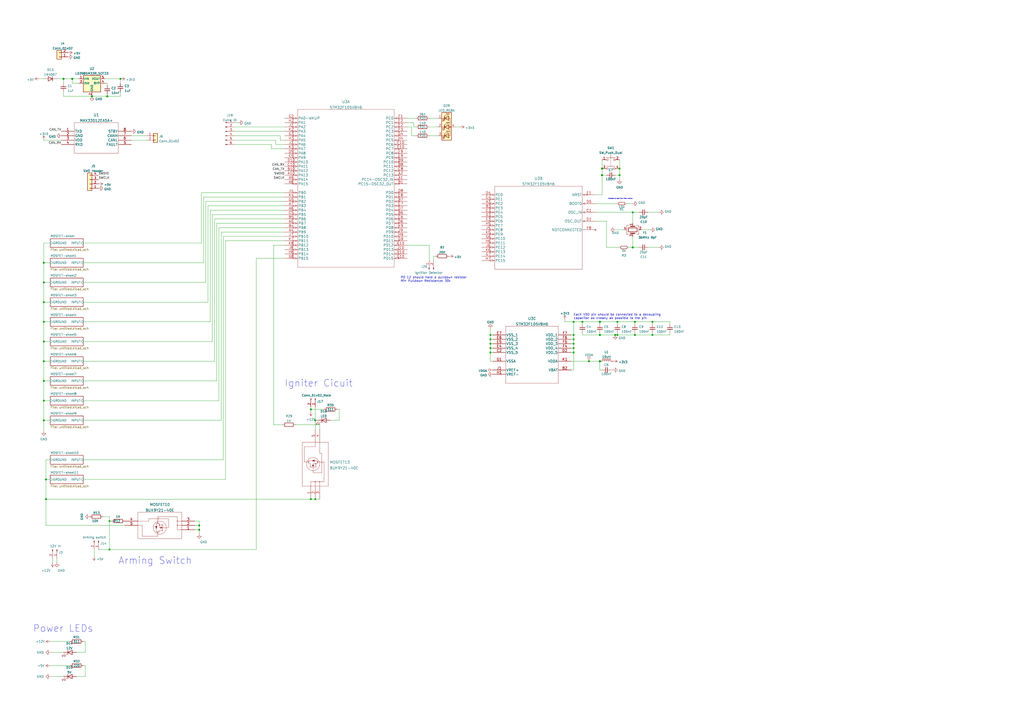
<source format=kicad_sch>
(kicad_sch (version 20211123) (generator eeschema)
  (paper "A2")
  (junction (at 63.5 318.77))
  (junction (at 25.4 220.98))
  (junction (at 378.46 186.69))
  (junction (at 25.4 209.55))
  (junction (at 182.88 289.56))
  (junction (at 25.4 175.26))
  (junction (at 337.82 186.69))
  (junction (at 358.14 194.31))
  (junction (at 347.98 194.31) (diameter 1.016))
  (junction (at 62.23 55.88) (diameter 1.016))
  (junction (at 284.48 204.47))
  (junction (at 368.3 186.69))
  (junction (at 358.14 186.69))
  (junction (at 182.88 243.84))
  (junction (at 25.4 163.83))
  (junction (at 347.98 209.55) (diameter 1.016))
  (junction (at 332.74 201.93))
  (junction (at 332.74 204.47))
  (junction (at 332.74 194.31))
  (junction (at 349.25 97.79) (diameter 1.016))
  (junction (at 115.57 307.34))
  (junction (at 368.3 194.31))
  (junction (at 356.87 194.31))
  (junction (at 41.91 45.72) (diameter 1.016))
  (junction (at 115.57 304.8))
  (junction (at 341.63 209.55))
  (junction (at 25.4 243.84))
  (junction (at 332.74 196.85))
  (junction (at 284.48 201.93))
  (junction (at 180.34 289.56))
  (junction (at 25.4 152.4))
  (junction (at 367.03 143.51) (diameter 1.016))
  (junction (at 26.67 289.56))
  (junction (at 284.48 196.85))
  (junction (at 25.4 232.41))
  (junction (at 25.4 186.69))
  (junction (at 53.34 55.88) (diameter 1.016))
  (junction (at 69.85 45.72))
  (junction (at 349.25 101.6) (diameter 1.016))
  (junction (at 347.98 186.69) (diameter 1.016))
  (junction (at 36.83 45.72) (diameter 1.016))
  (junction (at 367.03 123.19))
  (junction (at 332.74 186.69))
  (junction (at 25.4 198.12))
  (junction (at 284.48 199.39))
  (junction (at 359.41 97.79))
  (junction (at 378.46 194.31))
  (junction (at 332.74 199.39))
  (junction (at 180.34 237.49))
  (junction (at 26.67 278.13))
  (junction (at 284.48 194.31))
  (junction (at 63.5 302.26))
  (junction (at 359.41 101.6))
  (wire (pts (xy 284.48 201.93) (xy 285.75 201.93)))
  (wire (pts (xy 165.1 142.24) (xy 158.75 142.24)))
  (wire (pts (xy 345.44 123.19) (xy 367.03 123.19)))
  (wire (pts (xy 33.02 323.85) (xy 33.02 326.39)))
  (wire (pts (xy 180.34 237.49) (xy 187.96 237.49)))
  (wire (pts (xy 135.89 76.2) (xy 165.1 76.2)))
  (wire (pts (xy 36.83 55.88) (xy 53.34 55.88)))
  (wire (pts (xy 378.46 186.69) (xy 378.46 187.96)))
  (wire (pts (xy 337.82 186.69) (xy 347.98 186.69)))
  (wire (pts (xy 180.34 237.49) (xy 180.34 236.22)))
  (wire (pts (xy 180.34 238.76) (xy 180.34 237.49)))
  (wire (pts (xy 337.82 186.69) (xy 337.82 187.96)))
  (wire (pts (xy 368.3 186.69) (xy 368.3 187.96)))
  (wire (pts (xy 48.26 186.69) (xy 121.92 186.69)))
  (wire (pts (xy 121.92 121.92) (xy 165.1 121.92)))
  (wire (pts (xy 121.92 186.69) (xy 121.92 121.92)))
  (wire (pts (xy 345.44 113.03) (xy 349.25 113.03)))
  (wire (pts (xy 284.48 194.31) (xy 284.48 196.85)))
  (wire (pts (xy 63.5 302.26) (xy 64.77 302.26)))
  (wire (pts (xy 162.56 78.74) (xy 135.89 78.74)))
  (wire (pts (xy 162.56 81.28) (xy 162.56 78.74)))
  (wire (pts (xy 165.1 81.28) (xy 162.56 81.28)))
  (wire (pts (xy 62.23 48.26) (xy 62.23 49.53)))
  (wire (pts (xy 349.25 92.71) (xy 349.25 97.79)))
  (wire (pts (xy 332.74 214.63) (xy 332.74 204.47)))
  (wire (pts (xy 284.48 204.47) (xy 284.48 209.55)))
  (wire (pts (xy 160.02 81.28) (xy 135.89 81.28)))
  (wire (pts (xy 160.02 83.82) (xy 160.02 81.28)))
  (wire (pts (xy 165.1 83.82) (xy 160.02 83.82)))
  (wire (pts (xy 367.03 137.16) (xy 367.03 143.51)))
  (wire (pts (xy 33.02 45.72) (xy 36.83 45.72)))
  (wire (pts (xy 195.58 237.49) (xy 196.85 237.49)))
  (wire (pts (xy 115.57 302.26) (xy 113.03 302.26)))
  (wire (pts (xy 115.57 304.8) (xy 115.57 302.26)))
  (wire (pts (xy 115.57 307.34) (xy 115.57 304.8)))
  (wire (pts (xy 115.57 309.88) (xy 115.57 307.34)))
  (wire (pts (xy 345.44 128.27) (xy 351.79 128.27)))
  (wire (pts (xy 191.77 243.84) (xy 196.85 243.84)))
  (wire (pts (xy 367.03 123.19) (xy 367.03 129.54)))
  (wire (pts (xy 284.48 199.39) (xy 284.48 201.93)))
  (wire (pts (xy 347.98 193.04) (xy 347.98 194.31)))
  (wire (pts (xy 251.46 148.59) (xy 252.73 148.59)))
  (wire (pts (xy 238.76 78.74) (xy 238.76 73.66)))
  (wire (pts (xy 76.2 81.28) (xy 85.09 81.28)))
  (wire (pts (xy 30.48 323.85) (xy 30.48 326.39)))
  (wire (pts (xy 25.4 140.97) (xy 25.4 152.4)))
  (wire (pts (xy 25.4 152.4) (xy 25.4 163.83)))
  (wire (pts (xy 25.4 163.83) (xy 29.21 163.83)))
  (wire (pts (xy 22.86 45.72) (xy 25.4 45.72)))
  (wire (pts (xy 332.74 204.47) (xy 332.74 201.93)))
  (wire (pts (xy 284.48 190.5) (xy 284.48 194.31)))
  (wire (pts (xy 29.21 378.46) (xy 36.83 378.46)))
  (wire (pts (xy 48.26 232.41) (xy 127 232.41)))
  (wire (pts (xy 127 132.08) (xy 165.1 132.08)))
  (wire (pts (xy 127 232.41) (xy 127 132.08)))
  (wire (pts (xy 358.14 194.31) (xy 368.3 194.31)))
  (wire (pts (xy 368.3 194.31) (xy 378.46 194.31)))
  (wire (pts (xy 378.46 194.31) (xy 388.62 194.31)))
  (wire (pts (xy 388.62 193.04) (xy 388.62 194.31)))
  (wire (pts (xy 285.75 209.55) (xy 284.48 209.55)))
  (wire (pts (xy 248.92 68.58) (xy 254 68.58)))
  (wire (pts (xy 331.47 209.55) (xy 341.63 209.55)))
  (wire (pts (xy 331.47 201.93) (xy 332.74 201.93)))
  (wire (pts (xy 29.21 392.43) (xy 36.83 392.43)))
  (wire (pts (xy 26.67 266.7) (xy 29.21 266.7)))
  (wire (pts (xy 26.67 278.13) (xy 26.67 266.7)))
  (wire (pts (xy 26.67 289.56) (xy 26.67 278.13)))
  (wire (pts (xy 26.67 304.8) (xy 26.67 289.56)))
  (wire (pts (xy 26.67 304.8) (xy 72.39 304.8)))
  (wire (pts (xy 236.22 71.12) (xy 240.03 71.12)))
  (wire (pts (xy 284.48 204.47) (xy 285.75 204.47)))
  (wire (pts (xy 25.4 232.41) (xy 29.21 232.41)))
  (wire (pts (xy 236.22 142.24) (xy 248.92 142.24)))
  (wire (pts (xy 332.74 194.31) (xy 332.74 186.69)))
  (wire (pts (xy 251.46 151.13) (xy 251.46 148.59)))
  (wire (pts (xy 185.42 246.38) (xy 171.45 246.38)))
  (wire (pts (xy 349.25 101.6) (xy 349.25 113.03)))
  (wire (pts (xy 368.3 193.04) (xy 368.3 194.31)))
  (wire (pts (xy 48.26 140.97) (xy 116.84 140.97)))
  (wire (pts (xy 116.84 111.76) (xy 165.1 111.76)))
  (wire (pts (xy 116.84 140.97) (xy 116.84 111.76)))
  (wire (pts (xy 44.45 392.43) (xy 49.53 392.43)))
  (wire (pts (xy 69.85 45.72) (xy 69.85 48.26)))
  (wire (pts (xy 351.79 128.27) (xy 351.79 143.51)))
  (wire (pts (xy 347.98 209.55) (xy 347.98 214.63)))
  (wire (pts (xy 26.67 289.56) (xy 180.34 289.56)))
  (wire (pts (xy 53.34 55.88) (xy 62.23 55.88)))
  (wire (pts (xy 48.26 386.08) (xy 49.53 386.08)))
  (wire (pts (xy 182.88 243.84) (xy 184.15 243.84)))
  (wire (pts (xy 45.72 48.26) (xy 41.91 48.26)))
  (wire (pts (xy 25.4 175.26) (xy 29.21 175.26)))
  (wire (pts (xy 354.33 214.63) (xy 355.6 214.63)))
  (wire (pts (xy 25.4 243.84) (xy 25.4 250.19)))
  (wire (pts (xy 284.48 201.93) (xy 284.48 204.47)))
  (wire (pts (xy 129.54 137.16) (xy 129.54 266.7)))
  (wire (pts (xy 129.54 266.7) (xy 48.26 266.7)))
  (wire (pts (xy 165.1 137.16) (xy 129.54 137.16)))
  (wire (pts (xy 337.82 194.31) (xy 347.98 194.31)))
  (wire (pts (xy 240.03 73.66) (xy 240.03 71.12)))
  (wire (pts (xy 248.92 151.13) (xy 248.92 142.24)))
  (wire (pts (xy 36.83 45.72) (xy 41.91 45.72)))
  (wire (pts (xy 157.48 83.82) (xy 135.89 83.82)))
  (wire (pts (xy 157.48 86.36) (xy 157.48 83.82)))
  (wire (pts (xy 165.1 86.36) (xy 157.48 86.36)))
  (wire (pts (xy 113.03 304.8) (xy 115.57 304.8)))
  (wire (pts (xy 113.03 307.34) (xy 115.57 307.34)))
  (wire (pts (xy 356.87 101.6) (xy 359.41 101.6)))
  (wire (pts (xy 332.74 199.39) (xy 332.74 196.85)))
  (wire (pts (xy 341.63 209.55) (xy 347.98 209.55)))
  (wire (pts (xy 25.4 175.26) (xy 25.4 163.83)))
  (wire (pts (xy 25.4 186.69) (xy 25.4 175.26)))
  (wire (pts (xy 25.4 198.12) (xy 25.4 186.69)))
  (wire (pts (xy 25.4 209.55) (xy 25.4 198.12)))
  (wire (pts (xy 25.4 220.98) (xy 25.4 209.55)))
  (wire (pts (xy 25.4 232.41) (xy 25.4 220.98)))
  (wire (pts (xy 25.4 243.84) (xy 25.4 232.41)))
  (wire (pts (xy 29.21 243.84) (xy 25.4 243.84)))
  (wire (pts (xy 349.25 101.6) (xy 351.79 101.6)))
  (wire (pts (xy 48.26 372.11) (xy 49.53 372.11)))
  (wire (pts (xy 41.91 45.72) (xy 45.72 45.72)))
  (wire (pts (xy 48.26 278.13) (xy 130.81 278.13)))
  (wire (pts (xy 130.81 139.7) (xy 165.1 139.7)))
  (wire (pts (xy 130.81 278.13) (xy 130.81 139.7)))
  (wire (pts (xy 60.96 48.26) (xy 62.23 48.26)))
  (wire (pts (xy 331.47 204.47) (xy 332.74 204.47)))
  (wire (pts (xy 59.69 299.72) (xy 63.5 299.72)))
  (wire (pts (xy 63.5 299.72) (xy 63.5 302.26)))
  (wire (pts (xy 185.42 248.92) (xy 185.42 246.38)))
  (wire (pts (xy 356.87 194.31) (xy 358.14 194.31)))
  (wire (pts (xy 347.98 194.31) (xy 356.87 194.31)))
  (wire (pts (xy 25.4 81.28) (xy 35.56 81.28)))
  (wire (pts (xy 182.88 289.56) (xy 185.42 289.56)))
  (wire (pts (xy 62.23 54.61) (xy 62.23 55.88)))
  (wire (pts (xy 359.41 101.6) (xy 359.41 104.14)))
  (wire (pts (xy 123.19 124.46) (xy 123.19 198.12)))
  (wire (pts (xy 123.19 198.12) (xy 48.26 198.12)))
  (wire (pts (xy 165.1 124.46) (xy 123.19 124.46)))
  (wire (pts (xy 135.89 73.66) (xy 165.1 73.66)))
  (wire (pts (xy 248.92 78.74) (xy 254 78.74)))
  (wire (pts (xy 367.03 118.11) (xy 363.22 118.11)))
  (wire (pts (xy 135.89 71.12) (xy 138.43 71.12)))
  (wire (pts (xy 62.23 55.88) (xy 69.85 55.88)))
  (wire (pts (xy 54.61 318.77) (xy 54.61 322.58)))
  (wire (pts (xy 44.45 378.46) (xy 49.53 378.46)))
  (wire (pts (xy 241.3 78.74) (xy 238.76 78.74)))
  (wire (pts (xy 63.5 302.26) (xy 63.5 318.77)))
  (wire (pts (xy 125.73 129.54) (xy 125.73 220.98)))
  (wire (pts (xy 125.73 220.98) (xy 48.26 220.98)))
  (wire (pts (xy 165.1 129.54) (xy 125.73 129.54)))
  (wire (pts (xy 331.47 199.39) (xy 332.74 199.39)))
  (wire (pts (xy 264.16 73.66) (xy 266.7 73.66)))
  (wire (pts (xy 36.83 53.34) (xy 36.83 55.88)))
  (wire (pts (xy 49.53 372.11) (xy 49.53 378.46)))
  (wire (pts (xy 378.46 193.04) (xy 378.46 194.31)))
  (wire (pts (xy 372.11 133.35) (xy 377.19 133.35)))
  (wire (pts (xy 182.88 243.84) (xy 182.88 248.92)))
  (wire (pts (xy 25.4 140.97) (xy 29.21 140.97)))
  (wire (pts (xy 337.82 193.04) (xy 337.82 194.31)))
  (wire (pts (xy 49.53 386.08) (xy 49.53 392.43)))
  (wire (pts (xy 69.85 55.88) (xy 69.85 53.34)))
  (wire (pts (xy 347.98 186.69) (xy 358.14 186.69)))
  (wire (pts (xy 158.75 246.38) (xy 163.83 246.38)))
  (wire (pts (xy 327.66 185.42) (xy 327.66 186.69)))
  (wire (pts (xy 76.2 78.74) (xy 85.09 78.74)))
  (wire (pts (xy 158.75 142.24) (xy 158.75 246.38)))
  (wire (pts (xy 25.4 198.12) (xy 29.21 198.12)))
  (wire (pts (xy 57.15 318.77) (xy 63.5 318.77)))
  (wire (pts (xy 63.5 318.77) (xy 148.59 318.77)))
  (wire (pts (xy 148.59 149.86) (xy 148.59 318.77)))
  (wire (pts (xy 165.1 149.86) (xy 148.59 149.86)))
  (wire (pts (xy 332.74 201.93) (xy 332.74 199.39)))
  (wire (pts (xy 382.27 143.51) (xy 375.92 143.51)))
  (wire (pts (xy 241.3 73.66) (xy 240.03 73.66)))
  (wire (pts (xy 25.4 152.4) (xy 29.21 152.4)))
  (wire (pts (xy 236.22 73.66) (xy 238.76 73.66)))
  (wire (pts (xy 370.84 143.51) (xy 367.03 143.51)))
  (wire (pts (xy 359.41 97.79) (xy 359.41 101.6)))
  (wire (pts (xy 284.48 199.39) (xy 285.75 199.39)))
  (wire (pts (xy 359.41 92.71) (xy 359.41 97.79)))
  (wire (pts (xy 358.14 193.04) (xy 358.14 194.31)))
  (wire (pts (xy 327.66 186.69) (xy 332.74 186.69)))
  (wire (pts (xy 349.25 97.79) (xy 349.25 101.6)))
  (wire (pts (xy 332.74 186.69) (xy 337.82 186.69)))
  (wire (pts (xy 120.65 119.38) (xy 120.65 175.26)))
  (wire (pts (xy 120.65 175.26) (xy 48.26 175.26)))
  (wire (pts (xy 165.1 119.38) (xy 120.65 119.38)))
  (wire (pts (xy 41.91 48.26) (xy 41.91 45.72)))
  (wire (pts (xy 332.74 196.85) (xy 332.74 194.31)))
  (wire (pts (xy 180.34 289.56) (xy 182.88 289.56)))
  (wire (pts (xy 347.98 186.69) (xy 347.98 187.96)))
  (wire (pts (xy 367.03 143.51) (xy 364.49 143.51)))
  (wire (pts (xy 332.74 194.31) (xy 331.47 194.31)))
  (wire (pts (xy 25.4 220.98) (xy 29.21 220.98)))
  (wire (pts (xy 60.96 45.72) (xy 69.85 45.72)))
  (wire (pts (xy 370.84 123.19) (xy 367.03 123.19)))
  (wire (pts (xy 351.79 143.51) (xy 359.41 143.51)))
  (wire (pts (xy 236.22 68.58) (xy 241.3 68.58)))
  (wire (pts (xy 25.4 209.55) (xy 29.21 209.55)))
  (wire (pts (xy 345.44 118.11) (xy 358.14 118.11)))
  (wire (pts (xy 48.26 209.55) (xy 124.46 209.55)))
  (wire (pts (xy 124.46 127) (xy 165.1 127)))
  (wire (pts (xy 124.46 209.55) (xy 124.46 127)))
  (wire (pts (xy 284.48 196.85) (xy 285.75 196.85)))
  (wire (pts (xy 358.14 186.69) (xy 358.14 187.96)))
  (wire (pts (xy 248.92 73.66) (xy 254 73.66)))
  (wire (pts (xy 36.83 45.72) (xy 36.83 48.26)))
  (wire (pts (xy 25.4 186.69) (xy 29.21 186.69)))
  (wire (pts (xy 382.27 123.19) (xy 375.92 123.19)))
  (wire (pts (xy 331.47 196.85) (xy 332.74 196.85)))
  (wire (pts (xy 349.25 214.63) (xy 347.98 214.63)))
  (wire (pts (xy 196.85 237.49) (xy 196.85 243.84)))
  (wire (pts (xy 358.14 186.69) (xy 368.3 186.69)))
  (wire (pts (xy 368.3 186.69) (xy 378.46 186.69)))
  (wire (pts (xy 378.46 186.69) (xy 388.62 186.69)))
  (wire (pts (xy 388.62 187.96) (xy 388.62 186.69)))
  (wire (pts (xy 26.67 278.13) (xy 29.21 278.13)))
  (wire (pts (xy 48.26 163.83) (xy 119.38 163.83)))
  (wire (pts (xy 119.38 116.84) (xy 165.1 116.84)))
  (wire (pts (xy 119.38 163.83) (xy 119.38 116.84)))
  (wire (pts (xy 331.47 214.63) (xy 332.74 214.63)))
  (wire (pts (xy 284.48 196.85) (xy 284.48 199.39)))
  (wire (pts (xy 356.87 133.35) (xy 361.95 133.35)))
  (wire (pts (xy 29.21 386.08) (xy 40.64 386.08)))
  (wire (pts (xy 48.26 243.84) (xy 128.27 243.84)))
  (wire (pts (xy 128.27 134.62) (xy 165.1 134.62)))
  (wire (pts (xy 128.27 243.84) (xy 128.27 134.62)))
  (wire (pts (xy 284.48 194.31) (xy 285.75 194.31)))
  (wire (pts (xy 29.21 372.11) (xy 40.64 372.11)))
  (wire (pts (xy 118.11 114.3) (xy 118.11 152.4)))
  (wire (pts (xy 118.11 152.4) (xy 48.26 152.4)))
  (wire (pts (xy 165.1 114.3) (xy 118.11 114.3)))
  (wire (pts (xy 182.88 236.22) (xy 182.88 243.84)))
  (text "Igniter Cicuit" (at 165.1 224.79 0) (effects (font (size 4 4)) (justify left bottom)))
  (text "Arming Switch" (at 68.58 327.66 0) (effects (font (size 4 4)) (justify left bottom)))
  (text "Each VDD pin should be connected to a decoupling\ncapacitor as closely as possible to the pin" (at 332.74 185.42 0) (effects (font (size 1.27 1.27)) (justify left bottom)))
  (text "Power LEDs" (at 19.05 367.03 0) (effects (font (size 4 4)) (justify left bottom)))
  (text "Hardcode to boot from flash memory" (at 367.03 115.57 180) (effects (font (size 0.5 0.5)) (justify right bottom)))
  (text "PD 12 should have a pulldown resistor\nMin Pulldown Resistance: 30k" (at 232.41 163.83 0) (effects (font (size 1.27 1.27)) (justify left bottom)))
  (label "CAN_RX" (at 165.1 96.52 180))
  (label "SWDIO" (at 57.15 101.6 0))
  (label "SWCLK" (at 165.1 104.14 180))
  (label "CAN_RX" (at 35.56 83.82 180))
  (label "SWDIO" (at 165.1 101.6 180))
  (label "CAN_TX" (at 165.1 99.06 180))
  (label "SWCLK" (at 57.15 104.14 0))
  (label "CAN_TX" (at 35.56 76.2 180))
  (symbol (lib_id "Device:C_Small") (at 368.3 190.5 0) (unit 1)
    (property "Reference" "C9" (at 370.6242 189.5915 0) (effects (justify left)))
    (property "Value" "100nF" (at 370.6242 192.3666 0) (effects (justify left)))
    (property "Footprint" "Capacitor_SMD:C_0603_1608Metric" (effects hide))
  )
  (symbol (lib_id "ArmingMOSFET:BUK9Y21-40E") (at 113.03 307.34 180) (unit 1)
    (property "Reference" "MOSFET10" (at 92.71 292.7125 0) (effects (font (size 1.524 1.524))))
    (property "Value" "BUK9Y21-40E" (at 92.71 295.9915 0) (effects (font (size 1.524 1.524))))
    (property "Footprint" "MOSFET 2:BUK9Y21-40E" (effects hide))
  )
  (symbol (lib_id "power:GND") (at 39.37 33.02 90) (unit 1)
    (property "Reference" "#PWR0111" (effects hide))
    (property "Value" "GND" (at 42.5451 33.499 90) (effects (justify right)))
  )
  (symbol (lib_id "power:GND") (at 382.27 143.51 90) (unit 1)
    (property "Reference" "#PWR0118" (effects hide))
    (property "Value" "GND" (at 385.445 143.031 90) (effects (justify right)))
  )
  (symbol (lib_id "power:GND") (at 29.21 378.46 270) (unit 1)
    (property "Reference" "#PWR0145" (effects hide))
    (property "Value" "GND" (at 23.3774 378.46 90))
  )
  (symbol (lib_id "power:+5V") (at 39.37 30.48 270) (unit 1)
    (property "Reference" "#PWR0112" (effects hide))
    (property "Value" "+5V" (at 42.5451 30.959 90) (effects (justify left)))
  )
  (symbol (lib_id "power:GND") (at 53.34 55.88 0) (unit 1)
    (property "Reference" "#PWR0113" (effects hide))
    (property "Value" "GND" (at 55.2451 57.4385 0) (effects (justify left)))
  )
  (symbol (lib_id "power:GND") (at 284.48 190.5 180) (unit 1)
    (property "Reference" "#PWR0119" (effects hide))
    (property "Value" "GND" (at 284.48 186.8954 0))
  )
  (symbol (lib_id "Device:R") (at 245.11 73.66 90) (unit 1)
    (property "Reference" "R34" (at 245.11 73.66 90))
    (property "Value" "140" (at 245.11 71.4525 90))
    (property "Footprint" "Resistor_SMD:R_0603_1608Metric" (effects hide))
  )
  (symbol (lib_id "power:GND") (at 35.56 78.74 270) (unit 1)
    (property "Reference" "#PWR0122" (effects hide))
    (property "Value" "GND" (at 32.385 79.219 90) (effects (justify right)))
  )
  (symbol (lib_id "Device:C_Small") (at 337.82 190.5 0) (unit 1)
    (property "Reference" "C4" (at 340.1442 189.5915 0) (effects (justify left)))
    (property "Value" "100nF" (at 340.1442 192.3666 0) (effects (justify left)))
    (property "Footprint" "Capacitor_SMD:C_0603_1608Metric" (effects hide))
  )
  (symbol (lib_id "Device:R") (at 167.64 246.38 90) (unit 1)
    (property "Reference" "R29" (at 167.64 241.3974 90))
    (property "Value" "1K" (at 167.64 244.1725 90))
    (property "Footprint" "Resistor_SMD:R_0603_1608Metric" (effects hide))
  )
  (symbol (lib_id "Device:C_Small") (at 36.83 50.8 0) (unit 1)
    (property "Reference" "C1" (at 39.1542 49.8915 0) (effects (justify left)))
    (property "Value" "1uF" (at 39.1542 52.6666 0) (effects (justify left)))
    (property "Footprint" "Capacitor_SMD:C_0603_1608Metric" (effects hide))
  )
  (symbol (lib_id "Device:C_Small") (at 347.98 190.5 0) (unit 1)
    (property "Reference" "C5" (at 350.3042 189.5915 0) (effects (justify left)))
    (property "Value" "100nF" (at 350.3042 192.3666 0) (effects (justify left)))
    (property "Footprint" "Capacitor_SMD:C_0603_1608Metric" (effects hide))
  )
  (symbol (lib_id "Device:R") (at 191.77 237.49 90) (unit 1)
    (property "Reference" "R30" (at 191.77 235.0474 90))
    (property "Value" "511" (at 191.8175 237.6019 90))
    (property "Footprint" "Resistor_SMD:R_0603_1608Metric" (effects hide))
  )
  (symbol (lib_id "Device:LED_RGBA") (at 259.08 73.66 0) (unit 1)
    (property "Reference" "D29" (at 259.08 61.3115 0))
    (property "Value" "LED_RGBA" (at 259.08 64.0866 0))
    (property "Footprint" "CustomFootprints:RGB LED" (effects hide))
  )
  (symbol (lib_id "Device:R") (at 68.58 302.26 90) (unit 1)
    (property "Reference" "R12" (at 69.85 302.26 90) (effects (justify left)))
    (property "Value" "1K" (at 69.85 299.72 90) (effects (justify left)))
    (property "Footprint" "Resistor_SMD:R_0603_1608Metric" (effects hide))
  )
  (symbol (lib_id "power:GND") (at 138.43 71.12 90) (unit 1)
    (property "Reference" "#PWR0147" (effects hide))
    (property "Value" "GND" (at 141.6051 71.599 90) (effects (justify right)))
  )
  (symbol (lib_id "power:GND") (at 377.19 133.35 90) (unit 1)
    (property "Reference" "#PWR0127" (effects hide))
    (property "Value" "GND" (at 380.365 132.871 90) (effects (justify right)))
  )
  (symbol (lib_id "MAX33012EASA+:MAX33012EASA+") (at 35.56 76.2 0) (unit 1)
    (property "Reference" "U1" (at 55.88 66.6525 0) (effects (font (size 1.524 1.524))))
    (property "Value" "MAX33012EASA+" (at 55.88 69.9315 0) (effects (font (size 1.524 1.524))))
    (property "Footprint" "MAX33012EASA+:MAX33012EASA+" (effects hide))
  )
  (symbol (lib_id "power:+5V") (at 54.61 322.58 180) (unit 1)
    (property "Reference" "#PWR0101" (effects hide))
    (property "Value" "+5V" (at 56.0071 324.329 0) (effects (justify right)))
  )
  (symbol (lib_id "power:+5V") (at 57.15 106.68 270) (unit 1)
    (property "Reference" "#PWR0130" (effects hide))
    (property "Value" "+5V" (at 60.3251 107.159 90) (effects (justify left)))
  )
  (symbol (lib_id "Device:LED") (at 187.96 243.84 0) (unit 1)
    (property "Reference" "D16" (at 187.7695 238.6034 0))
    (property "Value" "LED" (at 187.7695 241.3785 0))
    (property "Footprint" "LED_SMD:LED_1206_3216Metric" (effects hide))
  )
  (symbol (lib_id "Device:Crystal_GND24") (at 367.03 133.35 270) (unit 1)
    (property "Reference" "Y1" (at 372.7451 134.9815 90) (effects (justify left)))
    (property "Value" "36MHz 9pF" (at 370.2051 137.7566 90) (effects (justify left)))
    (property "Footprint" "Crystal:Crystal_SMD_3225-4Pin_3.2x2.5mm" (effects hide))
  )
  (symbol (lib_id "Connector:Conn_01x02_Male") (at 33.02 318.77 270) (unit 1)
    (property "Reference" "J3" (at 34.0361 320.3634 90) (effects (justify left)))
    (property "Value" "12V In" (at 28.9561 316.7885 90) (effects (justify left)))
    (property "Footprint" "CustomFootprints:PowerPoleThroughHole" (effects hide))
  )
  (symbol (lib_id "F105 MCU:STM32F105VBH6") (at 279.4 113.03 0) (unit 2)
    (property "Reference" "U3" (at 312.42 103.4825 0) (effects (font (size 1.524 1.524))))
    (property "Value" "STM32F105VBH6" (at 312.42 106.7615 0) (effects (font (size 1.524 1.524))))
    (property "Footprint" "Package_BGA:LFBGA-100_10x10mm_Layout10x10_P0.8mm" (effects hide))
  )
  (symbol (lib_id "power:GND") (at 115.57 309.88 0) (unit 1)
    (property "Reference" "#PWR0131" (effects hide))
    (property "Value" "GND" (at 118.11 314.4426 0))
  )
  (symbol (lib_id "Device:LED") (at 40.64 378.46 0) (unit 1)
    (property "Reference" "D14" (at 40.259 373.2234 0))
    (property "Value" "12V" (at 40.259 375.9985 0))
    (property "Footprint" "LED_SMD:LED_1206_3216Metric" (effects hide))
  )
  (symbol (lib_id "Connector:Conn_01x06_Male") (at 130.81 76.2 0) (unit 1)
    (property "Reference" "J19" (at 133.3119 66.8994 0))
    (property "Value" "Extra IO" (at 133.3119 69.6745 0))
    (property "Footprint" "Connector_PinHeader_2.54mm:PinHeader_2x03_P2.54mm_Vertical" (effects hide))
  )
  (symbol (lib_id "power:GND") (at 52.07 299.72 270) (unit 1)
    (property "Reference" "#PWR0103" (effects hide))
    (property "Value" "GND" (at 47.5074 299.72 0))
  )
  (symbol (lib_id "Device:R_Small") (at 360.68 118.11 90) (unit 1)
    (property "Reference" "R1" (at 360.68 121.5432 90))
    (property "Value" "10k" (at 360.68 120.0381 90))
    (property "Footprint" "Resistor_SMD:R_0603_1608Metric" (effects hide))
  )
  (symbol (lib_id "Device:C_Small") (at 358.14 190.5 0) (unit 1)
    (property "Reference" "C8" (at 360.4642 189.5915 0) (effects (justify left)))
    (property "Value" "100nF" (at 360.4642 192.3666 0) (effects (justify left)))
    (property "Footprint" "Capacitor_SMD:C_0603_1608Metric" (effects hide))
  )
  (symbol (lib_id "power:+12V") (at 180.34 238.76 180) (unit 1)
    (property "Reference" "#PWR0144" (effects hide))
    (property "Value" "+12V" (at 180.34 243.3226 0))
  )
  (symbol (lib_id "power:+3V3") (at 69.85 45.72 270) (unit 1)
    (property "Reference" "#PWR0115" (effects hide))
    (property "Value" "+3V3" (at 73.0251 46.199 90) (effects (justify left)))
  )
  (symbol (lib_id "power:GND") (at 356.87 133.35 270) (unit 1)
    (property "Reference" "#PWR0126" (effects hide))
    (property "Value" "GND" (at 354.9651 135.099 90) (effects (justify left)))
  )
  (symbol (lib_id "power:+3V3") (at 327.66 185.42 0) (unit 1)
    (property "Reference" "#PWR0125" (effects hide))
    (property "Value" "+3V3" (at 327.66 181.8154 0))
  )
  (symbol (lib_id "power:+3V3") (at 355.6 209.55 270) (unit 1)
    (property "Reference" "#PWR0104" (effects hide))
    (property "Value" "+3V3" (at 358.7751 210.029 90) (effects (justify left)))
  )
  (symbol (lib_id "Connector_Generic:Conn_01x04") (at 52.07 106.68 180) (unit 1)
    (property "Reference" "J5" (at 54.102 96.3634 0))
    (property "Value" "SWD Header" (at 54.102 99.1385 0))
    (property "Footprint" "Connector_PinHeader_2.54mm:PinHeader_1x04_P2.54mm_Vertical" (effects hide))
  )
  (symbol (lib_id "Switch:SW_Push_Dual") (at 354.33 92.71 0) (unit 1)
    (property "Reference" "SW1" (at 354.33 85.8224 0))
    (property "Value" "SW_Push_Dual" (at 354.33 88.5975 0))
    (property "Footprint" "RESET BUTTON:Button CS1102" (effects hide))
  )
  (symbol (lib_id "Device:C_Small") (at 62.23 52.07 0) (unit 1)
    (property "Reference" "C2" (at 64.5542 51.1615 0) (effects (justify left)))
    (property "Value" "10nF" (at 64.5542 53.9366 0) (effects (justify left)))
    (property "Footprint" "Capacitor_SMD:C_0603_1608Metric" (effects hide))
  )
  (symbol (lib_id "Device:R") (at 44.45 372.11 90) (unit 1)
    (property "Reference" "R31" (at 44.45 369.6674 90))
    (property "Value" "511" (at 44.4975 372.2219 90))
    (property "Footprint" "Resistor_SMD:R_0603_1608Metric" (effects hide))
  )
  (symbol (lib_id "Device:R") (at 245.11 78.74 90) (unit 1)
    (property "Reference" "R35" (at 245.11 78.74 90))
    (property "Value" "140" (at 245.11 76.5325 90))
    (property "Footprint" "Resistor_SMD:R_0603_1608Metric" (effects hide))
  )
  (symbol (lib_id "Device:R_Small") (at 361.95 143.51 270) (unit 1)
    (property "Reference" "R3" (at 361.95 148.2132 90))
    (property "Value" "0k" (at 361.95 145.4381 90))
    (property "Footprint" "Resistor_SMD:R_0603_1608Metric" (effects hide))
  )
  (symbol (lib_id "Device:C_Small") (at 378.46 190.5 0) (unit 1)
    (property "Reference" "C12" (at 380.7842 189.5915 0) (effects (justify left)))
    (property "Value" "100nF" (at 380.7842 192.3666 0) (effects (justify left)))
    (property "Footprint" "Capacitor_SMD:C_0603_1608Metric" (effects hide))
  )
  (symbol (lib_id "Device:C_Small") (at 388.62 190.5 0) (unit 1)
    (property "Reference" "C13" (at 390.9442 189.5915 0) (effects (justify left)))
    (property "Value" "100nF" (at 390.9442 192.3666 0) (effects (justify left)))
    (property "Footprint" "Capacitor_SMD:C_0603_1608Metric" (effects hide))
  )
  (symbol (lib_id "Device:L_Core_Iron") (at 351.79 209.55 90) (unit 1)
    (property "Reference" "L1" (at 351.79 204.1864 90))
    (property "Value" "10uH" (at 351.79 206.9615 90))
    (property "Footprint" "Inductor_SMD:L_0603_1608Metric" (effects hide))
  )
  (symbol (lib_id "power:+5V") (at 22.86 45.72 90) (unit 1)
    (property "Reference" "#PWR0114" (effects hide))
    (property "Value" "+5V" (at 19.685 46.199 90) (effects (justify left)))
  )
  (symbol (lib_id "F105 MCU:STM32F105VBH6") (at 285.75 194.31 0) (unit 3)
    (property "Reference" "U3" (at 308.61 184.7625 0) (effects (font (size 1.524 1.524))))
    (property "Value" "STM32F105VBH6" (at 308.61 188.0415 0) (effects (font (size 1.524 1.524))))
    (property "Footprint" "Package_BGA:LFBGA-100_10x10mm_Layout10x10_P0.8mm" (effects hide))
  )
  (symbol (lib_id "power:GND") (at 25.4 250.19 0) (unit 1)
    (property "Reference" "#PWR0107" (effects hide))
    (property "Value" "GND" (at 25.4 254.7526 0))
  )
  (symbol (lib_id "power:+12V") (at 30.48 326.39 180) (unit 1)
    (property "Reference" "#PWR0105" (effects hide))
    (property "Value" "+12V" (at 26.67 330.9526 0))
  )
  (symbol (lib_id "power:GND") (at 29.21 392.43 270) (unit 1)
    (property "Reference" "#PWR0148" (effects hide))
    (property "Value" "GND" (at 23.3774 392.43 90))
  )
  (symbol (lib_id "power:GND") (at 57.15 109.22 90) (unit 1)
    (property "Reference" "#PWR0129" (effects hide))
    (property "Value" "GND" (at 60.3251 109.699 90) (effects (justify right)))
  )
  (symbol (lib_id "power:VDDA") (at 285.75 214.63 90) (unit 1)
    (property "Reference" "#PWR0120" (effects hide))
    (property "Value" "VDDA" (at 282.575 215.109 90) (effects (justify left)))
  )
  (symbol (lib_id "power:VDDA") (at 341.63 209.55 0) (unit 1)
    (property "Reference" "#PWR0109" (effects hide))
    (property "Value" "VDDA" (at 341.63 205.9454 0))
  )
  (symbol (lib_id "power:+3V3") (at 266.7 73.66 270) (unit 1)
    (property "Reference" "#PWR0150" (effects hide))
    (property "Value" "+3V3" (at 269.8751 74.139 90) (effects (justify left)))
  )
  (symbol (lib_id "power:GND") (at 33.02 326.39 0) (unit 1)
    (property "Reference" "#PWR0106" (effects hide))
    (property "Value" "GND" (at 35.56 330.9526 0))
  )
  (symbol (lib_id "Device:C_Small") (at 351.79 214.63 90) (unit 1)
    (property "Reference" "C6" (at 351.79 211.6413 90))
    (property "Value" "100nF" (at 351.79 216.9564 90))
    (property "Footprint" "Capacitor_SMD:C_0603_1608Metric" (effects hide))
  )
  (symbol (lib_id "power:GND") (at 367.03 118.11 90) (unit 1)
    (property "Reference" "#PWR0110" (effects hide))
    (property "Value" "GND" (at 370.205 117.631 90) (effects (justify right)))
  )
  (symbol (lib_id "Device:C_Small") (at 354.33 101.6 90) (unit 1)
    (property "Reference" "C7" (at 354.33 98.6113 90))
    (property "Value" "100nF" (at 354.33 103.9264 90))
    (property "Footprint" "Capacitor_SMD:C_0603_1608Metric" (effects hide))
  )
  (symbol (lib_id "power:GND") (at 285.75 217.17 270) (unit 1)
    (property "Reference" "#PWR0121" (effects hide))
    (property "Value" "GND" (at 282.575 217.649 90) (effects (justify right)))
  )
  (symbol (lib_id "Device:C_Small") (at 373.38 123.19 270) (unit 1)
    (property "Reference" "C10" (at 373.38 128.7187 90))
    (property "Value" "20pF" (at 373.38 125.9436 90))
    (property "Footprint" "Capacitor_SMD:C_0603_1608Metric" (effects hide))
  )
  (symbol (lib_id "Connector_Generic:Conn_01x02") (at 90.17 78.74 0) (unit 1)
    (property "Reference" "J6" (at 92.2021 79.1015 0) (effects (justify left)))
    (property "Value" "Conn_01x02" (at 92.2021 81.8766 0) (effects (justify left)))
    (property "Footprint" "CustomFootprints:LatchingConnector2POS" (effects hide))
  )
  (symbol (lib_id "power:GND") (at 356.87 194.31 0) (unit 1)
    (property "Reference" "#PWR0108" (effects hide))
    (property "Value" "GND" (at 358.7751 196.059 0) (effects (justify left)))
  )
  (symbol (lib_id "power:GND") (at 76.2 76.2 90) (unit 1)
    (property "Reference" "#PWR0124" (effects hide))
    (property "Value" "GND" (at 79.3751 76.679 90) (effects (justify right)))
  )
  (symbol (lib_id "power:GND") (at 359.41 104.14 0) (unit 1)
    (property "Reference" "#PWR0117" (effects hide))
    (property "Value" "GND" (at 359.41 108.7026 0))
  )
  (symbol (lib_id "power:+5V") (at 29.21 386.08 90) (unit 1)
    (property "Reference" "#PWR0149" (effects hide))
    (property "Value" "+5V" (at 21.7373 386.1295 90) (effects (justify right)))
  )
  (symbol (lib_id "Device:C_Small") (at 69.85 50.8 0) (unit 1)
    (property "Reference" "C3" (at 72.1742 49.8915 0) (effects (justify left)))
    (property "Value" "1uF" (at 72.1742 52.6666 0) (effects (justify left)))
    (property "Footprint" "Capacitor_SMD:C_0603_1608Metric" (effects hide))
  )
  (symbol (lib_id "Device:C_Small") (at 373.38 143.51 270) (unit 1)
    (property "Reference" "C11" (at 373.38 149.0387 90))
    (property "Value" "20pF" (at 373.38 146.2636 90))
    (property "Footprint" "Capacitor_SMD:C_0603_1608Metric" (effects hide))
  )
  (symbol (lib_id "Device:R") (at 44.45 386.08 90) (unit 1)
    (property "Reference" "R32" (at 44.45 383.6374 90))
    (property "Value" "220" (at 44.4975 386.1919 90))
    (property "Footprint" "Resistor_SMD:R_0603_1608Metric" (effects hide))
  )
  (symbol (lib_id "power:+3V3") (at 25.4 81.28 0) (unit 1)
    (property "Reference" "#PWR0123" (effects hide))
    (property "Value" "+3V3" (at 25.4 77.6754 0))
  )
  (symbol (lib_id "Connector_Generic:Conn_01x02") (at 34.29 33.02 180) (unit 1)
    (property "Reference" "J4" (at 36.322 25.2434 0))
    (property "Value" "Conn_01x02" (at 36.322 28.0185 0))
    (property "Footprint" "CustomFootprints:LatchingConnector2POS" (effects hide))
  )
  (symbol (lib_id "ArmingMOSFET:BUK9Y21-40E") (at 180.34 289.56 90) (unit 1)
    (property "Reference" "MOSFET13" (at 191.1985 268.1753 90) (effects (font (size 1.524 1.524)) (justify right)))
    (property "Value" "BUK9Y21-40E" (at 191.1985 271.4543 90) (effects (font (size 1.524 1.524)) (justify right)))
    (property "Footprint" "MOSFET 2:BUK9Y21-40E" (effects hide))
  )
  (symbol (lib_id "Connector:Conn_01x02_Male") (at 182.88 231.14 270) (unit 1)
    (property "Reference" "J17" (at 183.8961 232.9239 90) (effects (justify left)))
    (property "Value" "Conn_01x02_Male" (at 175.0061 229.349 90) (effects (justify left)))
    (property "Footprint" "CustomFootprints:LatchingConnector2POS" (effects hide))
  )
  (symbol (lib_id "Connector:Conn_01x02_Male") (at 57.15 313.69 270) (unit 1)
    (property "Reference" "J14" (at 58.1661 315.2834 90) (effects (justify left)))
    (property "Value" "Arming switch" (at 48.0061 311.7085 90) (effects (justify left)))
    (property "Footprint" "CustomFootprints:LatchingConnector2POS" (effects hide))
  )
  (symbol (lib_id "Device:R") (at 245.11 68.58 90) (unit 1)
    (property "Reference" "R33" (at 245.11 68.58 90))
    (property "Value" "261" (at 245.11 66.3725 90))
    (property "Footprint" "Resistor_SMD:R_0603_1608Metric" (effects hide))
  )
  (symbol (lib_id "Device:LED") (at 40.64 392.43 0) (unit 1)
    (property "Reference" "D15" (at 40.259 387.1934 0))
    (property "Value" "5V" (at 40.259 389.9685 0))
    (property "Footprint" "LED_SMD:LED_1206_3216Metric" (effects hide))
  )
  (symbol (lib_id "Device:R") (at 256.54 148.59 90) (unit 1)
    (property "Reference" "R?" (at 256.54 143.6075 90))
    (property "Value" "20K" (at 256.54 146.3826 90))
    (property "Footprint" "Resistor_SMD:R_0603_1608Metric" (effects hide))
  )
  (symbol (lib_id "Connector:Conn_01x02_Male") (at 248.92 156.21 90) (unit 1)
    (property "Reference" "J20" (at 247.9039 154.6166 90) (effects (justify left)))
    (property "Value" "Ignition Detector" (at 256.7939 158.1915 90) (effects (justify left)))
    (property "Footprint" "CustomFootprints:LatchingConnector2POS" (effects hide))
  )
  (symbol (lib_id "F105 MCU:STM32F105VBH6") (at 165.1 68.58 0) (unit 1)
    (property "Reference" "U3" (at 200.66 59.0326 0) (effects (font (size 1.524 1.524))))
    (property "Value" "STM32F105VBH6" (at 200.66 62.3116 0) (effects (font (size 1.524 1.524))))
    (property "Footprint" "Package_BGA:LFBGA-100_10x10mm_Layout10x10_P0.8mm" (effects hide))
  )
  (symbol (lib_id "Diode:1N4007") (at 29.21 45.72 180) (unit 1)
    (property "Reference" "D13" (at 29.21 40.4835 0))
    (property "Value" "1N4007" (at 29.21 43.2586 0))
    (property "Footprint" "Diode_SMD:D_1206_3216Metric" (effects hide))
    (property "Datasheet" "http://www.vishay.com/docs/88503/1n4001.pdf" (effects hide))
  )
  (symbol (lib_id "power:GND") (at 382.27 123.19 90) (unit 1)
    (property "Reference" "#PWR0116" (effects hide))
    (property "Value" "GND" (at 385.445 122.711 90) (effects (justify right)))
  )
  (symbol (lib_id "power:+12V") (at 29.21 372.11 90) (unit 1)
    (property "Reference" "#PWR0128" (effects hide))
    (property "Value" "+12V" (at 23.3774 372.11 90))
  )
  (symbol (lib_id "Device:R") (at 55.88 299.72 270) (unit 1)
    (property "Reference" "R13" (at 54.0706 297.5136 90) (effects (justify left)))
    (property "Value" "10K" (at 53.2924 302.2267 90) (effects (justify left)))
    (property "Footprint" "Resistor_SMD:R_0603_1608Metric" (effects hide))
  )
  (symbol (lib_id "power:GND") (at 355.6 214.63 90) (unit 1)
    (property "Reference" "#PWR0102" (effects hide))
    (property "Value" "GND" (at 358.7751 215.109 90) (effects (justify right)))
  )
  (symbol (lib_id "power:+5V") (at 260.35 148.59 270) (unit 1)
    (property "Reference" "#PWR?" (effects hide))
    (property "Value" "+5V" (at 263.525 149.069 90) (effects (justify left)))
  )
  (symbol (lib_id "Regulator_Linear:LD3985M33R_SOT23") (at 53.34 48.26 0) (unit 1)
    (property "Reference" "U2" (at 53.34 39.8484 0))
    (property "Value" "LD3985M33R_SOT23" (at 53.34 42.6235 0))
    (property "Footprint" "Package_TO_SOT_SMD:SOT-23-5" (effects hide))
    (property "Datasheet" "http://www.st.com/internet/com/TECHNICAL_RESOURCES/TECHNICAL_LITERATURE/DATASHEET/CD00003395.pdf" (effects hide))
  )
  (sheet (at 29.21 275.59) (size 19.05 5.08) (stroke (width 0.1524))
    (property "Sheet name" "MOSFET-sheet11" (at 29.21 274.8784 0) (effects (justify left bottom)))
    (property "Sheet file" "untitled.kicad_sch" (at 29.21 281.2546 0) (effects (justify left top)))
    (pin "INPUT" input (at 48.26 278.13 0))
    (pin "GROUND" input (at 29.21 278.13 180))
  )
  (sheet (at 29.21 172.72) (size 19.05 5.08) (stroke (width 0.1524))
    (property "Sheet name" "MOSFET-sheet3" (at 29.21 172.0084 0) (effects (justify left bottom)))
    (property "Sheet file" "untitled.kicad_sch" (at 29.21 178.3846 0) (effects (justify left top)))
    (pin "INPUT" input (at 48.26 175.26 0))
    (pin "GROUND" input (at 29.21 175.26 180))
  )
  (sheet (at 29.21 149.86) (size 19.05 5.08) (stroke (width 0.1524))
    (property "Sheet name" "MOSFET-sheet1" (at 29.21 149.1484 0) (effects (justify left bottom)))
    (property "Sheet file" "untitled.kicad_sch" (at 29.21 155.5246 0) (effects (justify left top)))
    (pin "INPUT" input (at 48.26 152.4 0))
    (pin "GROUND" input (at 29.21 152.4 180))
  )
  (sheet (at 29.21 195.58) (size 19.05 5.08) (stroke (width 0.1524))
    (property "Sheet name" "MOSFET-sheet5" (at 29.21 194.8684 0) (effects (justify left bottom)))
    (property "Sheet file" "untitled.kicad_sch" (at 29.21 201.2446 0) (effects (justify left top)))
    (pin "INPUT" input (at 48.26 198.12 0))
    (pin "GROUND" input (at 29.21 198.12 180))
  )
  (sheet (at 29.21 138.43) (size 19.05 5.08) (stroke (width 0.1524))
    (property "Sheet name" "MOSFET-sheet" (at 29.21 137.7184 0) (effects (justify left bottom)))
    (property "Sheet file" "untitled.kicad_sch" (at 29.21 144.0946 0) (effects (justify left top)))
    (pin "INPUT" input (at 48.26 140.97 0))
    (pin "GROUND" input (at 29.21 140.97 180))
  )
  (sheet (at 29.21 161.29) (size 19.05 5.08) (stroke (width 0.1524))
    (property "Sheet name" "MOSFET-sheet2" (at 29.21 160.5784 0) (effects (justify left bottom)))
    (property "Sheet file" "untitled.kicad_sch" (at 29.21 166.9546 0) (effects (justify left top)))
    (pin "INPUT" input (at 48.26 163.83 0))
    (pin "GROUND" input (at 29.21 163.83 180))
  )
  (sheet (at 29.21 184.15) (size 19.05 5.08) (stroke (width 0.1524))
    (property "Sheet name" "MOSFET-sheet4" (at 29.21 183.4384 0) (effects (justify left bottom)))
    (property "Sheet file" "untitled.kicad_sch" (at 29.21 189.8146 0) (effects (justify left top)))
    (pin "INPUT" input (at 48.26 186.69 0))
    (pin "GROUND" input (at 29.21 186.69 180))
  )
  (sheet (at 29.21 229.87) (size 19.05 5.08) (stroke (width 0.1524))
    (property "Sheet name" "MOSFET-sheet8" (at 29.21 229.1584 0) (effects (justify left bottom)))
    (property "Sheet file" "untitled.kicad_sch" (at 29.21 235.5346 0) (effects (justify left top)))
    (pin "INPUT" input (at 48.26 232.41 0))
    (pin "GROUND" input (at 29.21 232.41 180))
  )
  (sheet (at 29.21 241.3) (size 19.05 5.08) (stroke (width 0.1524))
    (property "Sheet name" "MOSFET-sheet9" (at 29.21 240.5884 0) (effects (justify left bottom)))
    (property "Sheet file" "untitled.kicad_sch" (at 29.21 246.9646 0) (effects (justify left top)))
    (pin "INPUT" input (at 48.26 243.84 0))
    (pin "GROUND" input (at 29.21 243.84 180))
  )
  (sheet (at 29.21 264.16) (size 19.05 5.08) (stroke (width 0.1524))
    (property "Sheet name" "MOSFET-sheet10" (at 29.21 263.4484 0) (effects (justify left bottom)))
    (property "Sheet file" "untitled.kicad_sch" (at 29.21 269.8246 0) (effects (justify left top)))
    (pin "INPUT" input (at 48.26 266.7 0))
    (pin "GROUND" input (at 29.21 266.7 180))
  )
  (sheet (at 29.21 207.01) (size 19.05 5.08) (stroke (width 0.1524))
    (property "Sheet name" "MOSFET-sheet6" (at 29.21 206.2984 0) (effects (justify left bottom)))
    (property "Sheet file" "untitled.kicad_sch" (at 29.21 212.6746 0) (effects (justify left top)))
    (pin "INPUT" input (at 48.26 209.55 0))
    (pin "GROUND" input (at 29.21 209.55 180))
  )
  (sheet (at 29.21 218.44) (size 19.05 5.08) (stroke (width 0.1524))
    (property "Sheet name" "MOSFET-sheet7" (at 29.21 217.7284 0) (effects (justify left bottom)))
    (property "Sheet file" "untitled.kicad_sch" (at 29.21 224.1046 0) (effects (justify left top)))
    (pin "INPUT" input (at 48.26 220.98 0))
    (pin "GROUND" input (at 29.21 220.98 180))
  )
)
</source>
